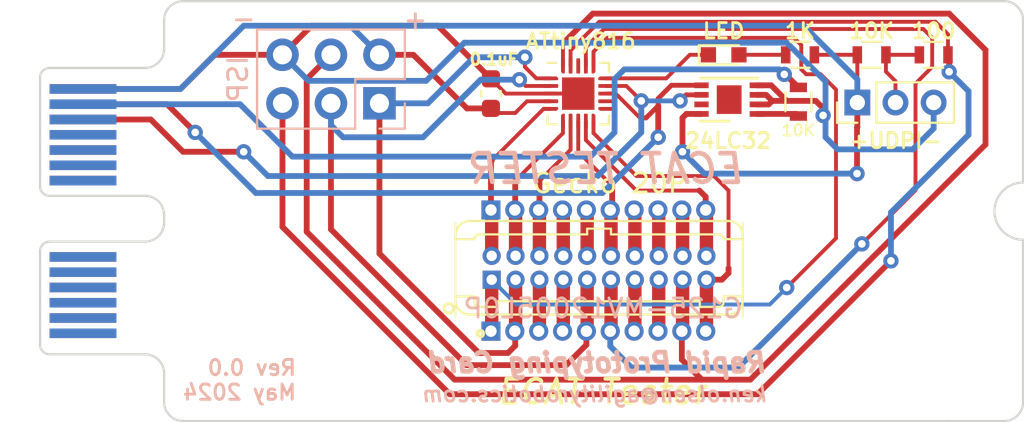
<source format=kicad_pcb>
(kicad_pcb (version 20211014) (generator pcbnew)
  (title_block (title "Beetje 32U4 Blok") (date "2018-08-10") (rev "0.0") (company "www.MakersBox.us") (comment 1 "648.ken@gmail.com"))
  (layers (0 "F.Cu" signal) (31 "B.Cu" signal) (34 "B.Paste" user) (35 "F.Paste" user) (36 "B.SilkS" user "B.Silkscreen") (37 "F.SilkS" user "F.Silkscreen") (38 "B.Mask" user) (39 "F.Mask" user) (44 "Edge.Cuts" user))
  (net 0 "")
  (net 1 "/10")
  (net 2 "/04")
  (net 3 "/05")
  (net 4 "/06")
  (net 5 "/07")
  (net 6 "/08")
  (net 7 "/09")
  (net 8 "/11")
  (net 9 "/12")
  (net 10 "/18")
  (net 11 "/19")
  (net 12 "/20")
  (net 13 "/03")
  (net 14 "GND")
  (net 15 "+5V")
  (net 16 "Net-(R1-Pad1)")
  (net 17 "/A")
  (net 19 "Net-(D3-Pad2)")
  (net 20 "Net-(J3-Pad2)")
  (net 21 "/UDPI")
  (net 22 "/INT")
  (net 23 "/01")
  (net 24 "/02")
  (net 25 "/13")
  (net 26 "/14")
  (net 27 "/15")
  (net 28 "/16")
  (net 29 "/17")
  (net 31 "/SCL")
  (net 32 "/SDA")
  (net 34 "/STO2_C")
  (net 35 "/STO2RET_C")
  (net 36 "/STO1_C")
  (net 37 "/STO_RET_C")
  (net 38 "/PWR1")
  (net 39 "/GND1")
  (net 40 "/GND2")
  (net 42 "Net-(U3-Pad15)")
  (net 43 "Net-(J1-Pad14)")
  (net 44 "Net-(J1-Pad15)")
  (net 45 "Net-(J1-Pad17)")
  (net 46 "Net-(J1-Pad18)")
  (net 47 "Net-(J1-Pad19)")
  (net 48 "Net-(J1-Pad3)")
  (net 49 "Net-(J1-Pad4)")
  (net 50 "Net-(J1-Pad7)")
  (net 51 "Net-(J1-Pad8)")
  (net 52 "/T2_P")
  (net 53 "/T2_N")
  (net 54 "/T1_N")
  (net 55 "/T1_P")
  (footprint "footprints:MEC8-113-CARD_2" (layer "F.Cu") (at 0 -0.1 90)
    (fp_text reference "X0")
    (fp_text value "Card Edge")
    (fp_line (start 8.4 0.5) (end 8.4 5.5) (layer "Edge.Cuts") (width 0.12))
    (fp_line (start 1 6.5) (end 1.5 6.5) (layer "Edge.Cuts") (width 0.12))
    (fp_line (start 8.5 51.5) (end 1 51.5) (layer "Edge.Cuts") (width 0.12))
    (fp_line (start 17.5 0.5) (end 17.5 5.5) (layer "Edge.Cuts") (width 0.12))
    (fp_line (start 19 51.5) (end 20 51.5) (layer "Edge.Cuts") (width 0.12))
    (fp_line (start 2.5 0.5) (end 2.5 5.5) (layer "Edge.Cuts") (width 0.12))
    (fp_line (start 19 6.5) (end 20 6.5) (layer "Edge.Cuts") (width 0.12))
    (fp_line (start 17 0) (end 11.3 0) (layer "Edge.Cuts") (width 0.12))
    (fp_line (start 3 0) (end 7.9 0) (layer "Edge.Cuts") (width 0.12))
    (fp_line (start 10.8 5.5) (end 10.8 0.5) (layer "Edge.Cuts") (width 0.12))
    (fp_line (start 21 50.5) (end 21 47.5) (layer "Edge.Cuts") (width 0.12))
    (fp_line (start 0 6.5) (end 1 6.5) (layer "Edge.Cuts") (width 0.12))
    (fp_line (start -1 47.5) (end -1 7.5) (layer "Edge.Cuts") (width 0.12))
    (fp_line (start -1 50.5) (end -1 47.5) (layer "Edge.Cuts") (width 0.12))
    (fp_line (start 0 51.5) (end 1 51.5) (layer "Edge.Cuts") (width 0.12))
    (fp_line (start 9.4 6.5) (end 9.8 6.5) (layer "Edge.Cuts") (width 0.12))
    (fp_line (start 11.5 51.5) (end 19 51.5) (layer "Edge.Cuts") (width 0.12))
    (fp_line (start 18.5 6.5) (end 19 6.5) (layer "Edge.Cuts") (width 0.12))
    (fp_line (start 21 7.5) (end 21 47.5) (layer "Edge.Cuts") (width 0.12))
    (fp_arc (start 18.5 6.5) (mid 17.792893 6.207107) (end 17.5 5.5) (layer "Edge.Cuts") (width 0.12))
    (fp_arc (start 2.5 0.5) (mid 2.646447 0.146447) (end 3 0) (layer "Edge.Cuts") (width 0.12))
    (fp_arc (start 7.9 0) (mid 8.253553 0.146447) (end 8.4 0.5) (layer "Edge.Cuts") (width 0.12))
    (fp_arc (start 17 0) (mid 17.353553 0.146447) (end 17.5 0.5) (layer "Edge.Cuts") (width 0.12))
    (fp_arc (start -1 7.5) (mid -0.707107 6.792893) (end 0 6.5) (layer "Edge.Cuts") (width 0.12))
    (fp_arc (start 8.5 51.5) (mid 10 50) (end 11.5 51.5) (layer "Edge.Cuts") (width 0.12))
    (fp_arc (start 10.8 0.5) (mid 10.946447 0.146447) (end 11.3 0) (layer "Edge.Cuts") (width 0.12))
    (fp_arc (start 21 50.5) (mid 20.707107 51.207107) (end 20 51.5) (layer "Edge.Cuts") (width 0.12))
    (fp_arc (start 10.8 5.5) (mid 10.507107 6.207107) (end 9.8 6.5) (layer "Edge.Cuts") (width 0.12))
    (fp_arc (start 20 6.5) (mid 20.707107 6.792893) (end 21 7.5) (layer "Edge.Cuts") (width 0.12))
    (fp_arc (start 9.4 6.5) (mid 8.692893 6.207107) (end 8.4 5.5) (layer "Edge.Cuts") (width 0.12))
    (fp_arc (start 2.5 5.5) (mid 2.207107 6.207107) (end 1.5 6.5) (layer "Edge.Cuts") (width 0.12))
    (fp_arc (start 0 51.5) (mid -0.707107 51.207107) (end -1 50.5) (layer "Edge.Cuts") (width 0.12))
    (pad "1" smd rect locked (at 3.6 2.25 90) (size 0.5 3.5) (layers "B.Cu" "B.Paste" "B.Mask") (net 23 "/01"))
    (pad "2" smd rect locked (at 4.4 2.25 90) (size 0.5 3.5) (layers "B.Cu" "B.Paste" "B.Mask") (net 24 "/02"))
    (pad "3" smd rect locked (at 5.2 2.25 90) (size 0.5 3.5) (layers "B.Cu" "B.Paste" "B.Mask") (net 13 "/03"))
    (pad "4" smd rect locked (at 6 2.25 90) (size 0.5 3.5) (layers "B.Cu" "B.Paste" "B.Mask") (net 2 "/04"))
    (pad "5" smd rect locked (at 6.8 2.25 90) (size 0.5 3.5) (layers "B.Cu" "B.Paste" "B.Mask") (net 3 "/05"))
    (pad "6" smd rect locked (at 7.6 2.25 90) (size 0.5 3.5) (layers "B.Cu" "B.Paste" "B.Mask") (net 4 "/06"))
    (pad "7" smd rect locked (at 11.6 2.25 90) (size 0.5 3.5) (layers "B.Cu" "B.Paste" "B.Mask") (net 5 "/07"))
    (pad "8" smd rect locked (at 12.4 2.25 90) (size 0.5 3.5) (layers "B.Cu" "B.Paste" "B.Mask") (net 6 "/08"))
    (pad "9" smd rect locked (at 13.2 2.25 90) (size 0.5 3.5) (layers "B.Cu" "B.Paste" "B.Mask") (net 7 "/09"))
    (pad "10" smd rect locked (at 14 2.25 90) (size 0.5 3.5) (layers "B.Cu" "B.Paste" "B.Mask") (net 1 "/10"))
    (pad "11" smd rect locked (at 14.8 2.25 90) (size 0.5 3.5) (layers "B.Cu" "B.Paste" "B.Mask") (net 22 "/INT"))
    (pad "12" smd rect locked (at 15.6 2.25 90) (size 0.5 3.5) (layers "B.Cu" "B.Paste" "B.Mask") (net 17 "/A"))
    (pad "13" smd rect locked (at 16.4 2.25 90) (size 0.5 3.5) (layers "B.Cu" "B.Paste" "B.Mask") (net 15 "+5V"))
    (pad "14" smd rect locked (at 3.6 2.25 90) (size 0.5 3.5) (layers "F.Cu" "F.Paste" "F.Mask") (net 8 "/11"))
    (pad "15" smd rect locked (at 4.4 2.25 90) (size 0.5 3.5) (layers "F.Cu" "F.Paste" "F.Mask") (net 9 "/12"))
    (pad "16" smd rect locked (at 5.2 2.25 90) (size 0.5 3.5) (layers "F.Cu" "F.Paste" "F.Mask") (net 25 "/13"))
    (pad "17" smd rect locked (at 6 2.25 90) (size 0.5 3.5) (layers "F.Cu" "F.Paste" "F.Mask") (net 26 "/14"))
    (pad "18" smd rect locked (at 6.8 2.25 90) (size 0.5 3.5) (layers "F.Cu" "F.Paste" "F.Mask") (net 27 "/15"))
    (pad "19" smd rect locked (at 7.6 2.25 90) (size 0.5 3.5) (layers "F.Cu" "F.Paste" "F.Mask") (net 28 "/16"))
    (pad "20" smd rect locked (at 11.6 2.25 90) (size 0.5 3.5) (layers "F.Cu" "F.Paste" "F.Mask") (net 29 "/17"))
    (pad "21" smd rect locked (at 12.4 2.25 90) (size 0.5 3.5) (layers "F.Cu" "F.Paste" "F.Mask") (net 10 "/18"))
    (pad "22" smd rect locked (at 13.2 2.25 90) (size 0.5 3.5) (layers "F.Cu" "F.Paste" "F.Mask") (net 11 "/19"))
    (pad "23" smd rect locked (at 14 2.25 90) (size 0.5 3.5) (layers "F.Cu" "F.Paste" "F.Mask") (net 12 "/20"))
    (pad "24" smd rect locked (at 14.8 2.25 90) (size 0.5 3.5) (layers "F.Cu" "F.Paste" "F.Mask") (net 31 "/SCL"))
    (pad "25" smd rect locked (at 15.6 2.25 90) (size 0.5 3.5) (layers "F.Cu" "F.Paste" "F.Mask") (net 32 "/SDA"))
    (pad "26" smd rect locked (at 16.4 2.25 90) (size 0.5 3.5) (layers "F.Cu" "F.Paste" "F.Mask") (net 14 "GND"))
  )
  (footprint "Capacitor_SMD:C_0603_1608Metric" (layer "F.Cu") (at 23.622 -16.256 90)
    (fp_text reference "C1" hide)
    (fp_text value "0.1uF" (at 1.791 0.146) (layer "F.SilkS") (effects (font (size 0.6 0.6))))
    (pad "1" smd roundrect locked (at -0.775 0 90) (size 0.9 0.95) (layers "F.Cu" "F.Paste" "F.Mask") (net 15 "+5V"))
    (pad "2" smd roundrect locked (at 0.775 0 90) (size 0.9 0.95) (layers "F.Cu" "F.Paste" "F.Mask") (net 14 "GND"))
  )
  (footprint "footprints:LED_0603" (layer "F.Cu") (at 35.814 -18.288)
    (fp_text reference "D3" hide)
    (fp_text value "LED" (at 0 -1.25 unlocked) (layer "F.SilkS") (effects (font (size 0.8 0.8))))
    (pad "1" smd rect locked (at -0.8 0 180) (size 0.8 0.8) (layers "F.Cu" "F.Paste" "F.Mask") (net 42 "Net-(U3-Pad15)"))
    (pad "2" smd rect locked (at 0.8 0 180) (size 0.8 0.8) (layers "F.Cu" "F.Paste" "F.Mask") (net 19 "Net-(D3-Pad2)"))
  )
  (footprint "Connector_PinHeader_2.00mm:PinHeader_1x03_P2.00mm_Vertical" (layer "F.Cu") (at 42.814 -15.788 90)
    (fp_text reference "J3" hide)
    (fp_text value "+UDPI-" (at -2 2 180) (layer "F.SilkS") (effects (font (size 0.8 0.8))))
    (pad "1" thru_hole rect locked (at 0 0 90) (size 1.35 1.35) (drill 0.8) (layers *.Cu *.Mask) (net 15 "+5V"))
    (pad "2" thru_hole oval locked (at 0 2 90) (size 1.35 1.35) (drill 0.8) (layers *.Cu *.Mask) (net 20 "Net-(J3-Pad2)"))
    (pad "3" thru_hole oval locked (at 0 4 90) (size 1.35 1.35) (drill 0.8) (layers *.Cu *.Mask) (net 14 "GND"))
  )
  (footprint "footprints:R_0603" (layer "F.Cu") (at 43.564 -18.288 180)
    (fp_text reference "R5")
    (fp_text value "10K" (at 0 1.25 180) (layer "F.SilkS") (effects (font (size 0.8 0.8))))
    (pad "1" smd rect locked (at -0.75 0 180) (size 0.5 0.9) (layers "F.Cu" "F.Paste" "F.Mask") (net 20 "Net-(J3-Pad2)"))
    (pad "2" smd rect locked (at 0.75 0 180) (size 0.5 0.9) (layers "F.Cu" "F.Paste" "F.Mask") (net 15 "+5V"))
  )
  (footprint "Package_DFN_QFN:VQFN-20-1EP_3x3mm_P0.4mm_EP1.7x1.7mm" (layer "F.Cu") (at 28.194 -16.256)
    (fp_text reference "U3" hide)
    (fp_text value "ATtiny816" (at 0.127 -2.75) (layer "F.SilkS") (effects (font (size 0.8 0.8))))
    (pad "1" smd custom locked (at -1.45 -0.8) (size 0.143431 0.143431) (layers "F.Cu" "F.Paste" "F.Mask") (net 53 "/T2_N") (options (clearance outline) (anchor circle)) (primitives (gr_poly (pts (xy -0.35 -0.05) (xy 0.299289 -0.05) (xy 0.35 0.000711) (xy 0.35 0.05) (xy -0.35 0.05)) (width 0.1) (fill yes))))
    (pad "2" smd roundrect locked (at -1.45 -0.4) (size 0.8 0.2) (layers "F.Cu" "F.Paste" "F.Mask") (net 54 "/T1_N"))
    (pad "3" smd roundrect locked (at -1.45 0) (size 0.8 0.2) (layers "F.Cu" "F.Paste" "F.Mask") (net 14 "GND"))
    (pad "4" smd roundrect locked (at -1.45 0.4) (size 0.8 0.2) (layers "F.Cu" "F.Paste" "F.Mask") (net 15 "+5V"))
    (pad "5" smd custom locked (at -1.45 0.8) (size 0.143431 0.143431) (layers "F.Cu" "F.Paste" "F.Mask") (net 36 "/STO1_C") (options (clearance outline) (anchor circle)) (primitives (gr_poly (pts (xy -0.35 -0.05) (xy 0.35 -0.05) (xy 0.35 -0.000711) (xy 0.299289 0.05) (xy -0.35 0.05)) (width 0.1) (fill yes))))
    (pad "6" smd custom locked (at -0.8 1.45) (size 0.143431 0.143431) (layers "F.Cu" "F.Paste" "F.Mask") (net 37 "/STO_RET_C") (options (clearance outline) (anchor circle)) (primitives (gr_poly (pts (xy -0.05 -0.299289) (xy 0.000711 -0.35) (xy 0.05 -0.35) (xy 0.05 0.35) (xy -0.05 0.35)) (width 0.1) (fill yes))))
    (pad "7" smd roundrect locked (at -0.4 1.45) (size 0.2 0.8) (layers "F.Cu" "F.Paste" "F.Mask") (net 38 "/PWR1"))
    (pad "8" smd roundrect locked (at 0 1.45) (size 0.2 0.8) (layers "F.Cu" "F.Paste" "F.Mask") (net 39 "/GND1"))
    (pad "9" smd roundrect locked (at 0.4 1.45) (size 0.2 0.8) (layers "F.Cu" "F.Paste" "F.Mask") (net 40 "/GND2"))
    (pad "10" smd custom locked (at 0.8 1.45) (size 0.143431 0.143431) (layers "F.Cu" "F.Paste" "F.Mask") (net 35 "/STO2RET_C") (options (clearance outline) (anchor circle)) (primitives (gr_poly (pts (xy -0.05 -0.35) (xy -0.000711 -0.35) (xy 0.05 -0.299289) (xy 0.05 0.35) (xy -0.05 0.35)) (width 0.1) (fill yes))))
    (pad "11" smd custom locked (at 1.45 0.8) (size 0.143431 0.143431) (layers "F.Cu" "F.Paste" "F.Mask") (options (clearance outline) (anchor circle)) (primitives (gr_poly (pts (xy -0.35 -0.05) (xy 0.35 -0.05) (xy 0.35 0.05) (xy -0.299289 0.05) (xy -0.35 -0.000711)) (width 0.1) (fill yes))))
    (pad "12" smd roundrect locked (at 1.45 0.4) (size 0.8 0.2) (layers "F.Cu" "F.Paste" "F.Mask"))
    (pad "13" smd roundrect locked (at 1.45 0) (size 0.8 0.2) (layers "F.Cu" "F.Paste" "F.Mask") (net 32 "/SDA"))
    (pad "14" smd roundrect locked (at 1.45 -0.4) (size 0.8 0.2) (layers "F.Cu" "F.Paste" "F.Mask") (net 31 "/SCL"))
    (pad "15" smd custom locked (at 1.45 -0.8) (size 0.143431 0.143431) (layers "F.Cu" "F.Paste" "F.Mask") (net 42 "Net-(U3-Pad15)") (options (clearance outline) (anchor circle)) (primitives (gr_poly (pts (xy -0.35 0.000711) (xy -0.299289 -0.05) (xy 0.35 -0.05) (xy 0.35 0.05) (xy -0.35 0.05)) (width 0.1) (fill yes))))
    (pad "16" smd custom locked (at 0.8 -1.45) (size 0.143431 0.143431) (layers "F.Cu" "F.Paste" "F.Mask") (net 52 "/T2_P") (options (clearance outline) (anchor circle)) (primitives (gr_poly (pts (xy -0.05 -0.35) (xy 0.05 -0.35) (xy 0.05 0.299289) (xy -0.000711 0.35) (xy -0.05 0.35)) (width 0.1) (fill yes))))
    (pad "17" smd roundrect locked (at 0.4 -1.45) (size 0.2 0.8) (layers "F.Cu" "F.Paste" "F.Mask") (net 55 "/T1_P"))
    (pad "18" smd roundrect locked (at 0 -1.45) (size 0.2 0.8) (layers "F.Cu" "F.Paste" "F.Mask"))
    (pad "19" smd roundrect locked (at -0.4 -1.45) (size 0.2 0.8) (layers "F.Cu" "F.Paste" "F.Mask") (net 21 "/UDPI"))
    (pad "20" smd custom locked (at -0.8 -1.45) (size 0.143431 0.143431) (layers "F.Cu" "F.Paste" "F.Mask") (net 34 "/STO2_C") (options (clearance outline) (anchor circle)) (primitives (gr_poly (pts (xy -0.05 -0.35) (xy 0.05 -0.35) (xy 0.05 0.35) (xy 0.000711 0.35) (xy -0.05 0.299289)) (width 0.1) (fill yes))))
    (pad "21" smd rect locked (at 0 0) (size 1.7 1.7) (layers "F.Cu" "F.Mask") (net 14 "GND"))
  )
  (footprint "footprints:R_0603" (layer "F.Cu") (at 46.814 -18.288 180)
    (fp_text reference "R4")
    (fp_text value "100" (at 0 1.25 180) (layer "F.SilkS") (effects (font (size 0.8 0.8))))
    (pad "1" smd rect locked (at -0.75 0 180) (size 0.5 0.9) (layers "F.Cu" "F.Paste" "F.Mask") (net 21 "/UDPI"))
    (pad "2" smd rect locked (at 0.75 0 180) (size 0.5 0.9) (layers "F.Cu" "F.Paste" "F.Mask") (net 20 "Net-(J3-Pad2)"))
  )
  (footprint "footprints:R_0603" (layer "F.Cu") (at 39.728 -15.832 90)
    (fp_text reference "R1")
    (fp_text value "10K" (at -1.5 0) (layer "F.SilkS") (effects (font (size 0.6 0.6) (thickness 0.1))))
    (pad "1" smd rect locked (at -0.75 0 90) (size 0.5 0.9) (layers "F.Cu" "F.Paste" "F.Mask") (net 16 "Net-(R1-Pad1)"))
    (pad "2" smd rect locked (at 0.75 0 90) (size 0.5 0.9) (layers "F.Cu" "F.Paste" "F.Mask") (net 17 "/A"))
  )
  (footprint "footprints:R_0603" (layer "F.Cu") (at 39.814 -18.288)
    (fp_text reference "R7")
    (fp_text value "1K" (at 0 -1.25) (layer "F.SilkS") (effects (font (size 0.8 0.8))))
    (pad "1" smd rect locked (at -0.75 0) (size 0.5 0.9) (layers "F.Cu" "F.Paste" "F.Mask") (net 19 "Net-(D3-Pad2)"))
    (pad "2" smd rect locked (at 0.75 0) (size 0.5 0.9) (layers "F.Cu" "F.Paste" "F.Mask") (net 15 "+5V"))
  )
  (footprint "footprints:DFN-8-1EP_3x2mm" (layer "F.Cu") (at 36.101 -15.941 180)
    (fp_text reference "U1" hide)
    (fp_text value "24LC32" (at 0.056 -2.153) (layer "F.SilkS") (effects (font (size 0.8 0.8))))
    (pad "1" smd rect locked (at -1.45 -0.75 180) (size 0.75 0.3) (layers "F.Cu" "F.Paste" "F.Mask") (net 16 "Net-(R1-Pad1)"))
    (pad "2" smd rect locked (at -1.45 -0.25 180) (size 0.75 0.3) (layers "F.Cu" "F.Paste" "F.Mask") (net 14 "GND"))
    (pad "3" smd rect locked (at -1.45 0.25 180) (size 0.75 0.3) (layers "F.Cu" "F.Paste" "F.Mask") (net 14 "GND"))
    (pad "4" smd rect locked (at -1.45 0.75 180) (size 0.75 0.3) (layers "F.Cu" "F.Paste" "F.Mask") (net 14 "GND"))
    (pad "5" smd rect locked (at 1.45 0.75 180) (size 0.75 0.3) (layers "F.Cu" "F.Paste" "F.Mask") (net 32 "/SDA"))
    (pad "6" smd rect locked (at 1.45 0.25 180) (size 0.75 0.3) (layers "F.Cu" "F.Paste" "F.Mask") (net 31 "/SCL"))
    (pad "7" smd rect locked (at 1.45 -0.25 180) (size 0.75 0.3) (layers "F.Cu" "F.Paste" "F.Mask"))
    (pad "8" smd rect locked (at 1.45 -0.75 180) (size 0.75 0.3) (layers "F.Cu" "F.Paste" "F.Mask") (net 15 "+5V") (clearance -0.1016))
    (pad "9" smd rect locked (at 0 0 180) (size 1.3 1.5) (layers "F.Cu" "F.Mask"))
  )
  (footprint "footprints:G125-MS11005L0P" (layer "F.Cu") (at 29.2862 -7.0358)
    (fp_text reference "J6" hide)
    (fp_text value "Gecko 20P" hide)
    (pad "1" smd rect locked (at -5.625 1.85) (size 0.7 2.5) (layers "F.Cu" "F.Paste" "F.Mask") (net 52 "/T2_P"))
    (pad "2" smd rect locked (at -4.375 1.85) (size 0.7 2.5) (layers "F.Cu" "F.Paste" "F.Mask") (net 53 "/T2_N"))
    (pad "3" smd rect locked (at -3.125 1.85) (size 0.7 2.5) (layers "F.Cu" "F.Paste" "F.Mask") (net 48 "Net-(J1-Pad3)"))
    (pad "4" smd rect locked (at -1.875 1.85) (size 0.7 2.5) (layers "F.Cu" "F.Paste" "F.Mask") (net 49 "Net-(J1-Pad4)"))
    (pad "5" smd rect locked (at -0.625 1.85) (size 0.7 2.5) (layers "F.Cu" "F.Paste" "F.Mask") (net 54 "/T1_N"))
    (pad "6" smd rect locked (at 0.625 1.85) (size 0.7 2.5) (layers "F.Cu" "F.Paste" "F.Mask") (net 55 "/T1_P"))
    (pad "7" smd rect locked (at 1.875 1.85) (size 0.7 2.5) (layers "F.Cu" "F.Paste" "F.Mask") (net 50 "Net-(J1-Pad7)"))
    (pad "8" smd rect locked (at 3.125 1.85) (size 0.7 2.5) (layers "F.Cu" "F.Paste" "F.Mask") (net 51 "Net-(J1-Pad8)"))
    (pad "9" smd rect locked (at 4.375 1.85) (size 0.7 2.5) (layers "F.Cu" "F.Paste" "F.Mask") (net 34 "/STO2_C"))
    (pad "10" smd rect locked (at 5.625 1.85) (size 0.7 2.5) (layers "F.Cu" "F.Paste" "F.Mask") (net 35 "/STO2RET_C"))
    (pad "11" smd rect locked (at -5.625 -1.85) (size 0.7 2.5) (layers "F.Cu" "F.Paste" "F.Mask") (net 36 "/STO1_C"))
    (pad "12" smd rect locked (at -4.375 -1.85) (size 0.7 2.5) (layers "F.Cu" "F.Paste" "F.Mask") (net 37 "/STO_RET_C"))
    (pad "13" smd rect locked (at -3.125 -1.85) (size 0.7 2.5) (layers "F.Cu" "F.Paste" "F.Mask") (net 38 "/PWR1"))
    (pad "14" smd rect locked (at -1.875 -1.85) (size 0.7 2.5) (layers "F.Cu" "F.Paste" "F.Mask") (net 43 "Net-(J1-Pad14)"))
    (pad "15" smd rect locked (at -0.625 -1.85) (size 0.7 2.5) (layers "F.Cu" "F.Paste" "F.Mask") (net 44 "Net-(J1-Pad15)"))
    (pad "16" smd rect locked (at 0.625 -1.85) (size 0.7 2.5) (layers "F.Cu" "F.Paste" "F.Mask") (net 39 "/GND1"))
    (pad "17" smd rect locked (at 1.875 -1.85) (size 0.7 2.5) (layers "F.Cu" "F.Paste" "F.Mask") (net 45 "Net-(J1-Pad17)"))
    (pad "18" smd rect locked (at 3.125 -1.85) (size 0.7 2.5) (layers "F.Cu" "F.Paste" "F.Mask") (net 46 "Net-(J1-Pad18)"))
    (pad "19" smd rect locked (at 4.375 -1.85) (size 0.7 2.5) (layers "F.Cu" "F.Paste" "F.Mask") (net 47 "Net-(J1-Pad19)"))
    (pad "20" smd rect locked (at 5.625 -1.85) (size 0.7 2.5) (layers "F.Cu" "F.Paste" "F.Mask") (net 40 "/GND2"))
  )
  (footprint "footprints:Harwin_Gecko-G125-MVX2005L0X_2x10_P1.25mm_Vertical" (layer "F.Cu") (at 23.66 -6.506)
    (fp_text reference "J1" hide)
    (fp_text value "Gecko 20P" (at 6.185 -5.051) (layer "F.SilkS"))
    (fp_text user "G125-MV12005L0P" (at 5.83 1.5) (layer "B.SilkS") (effects (justify mirror)))
    (pad "1" thru_hole rect locked (at 0 0) (size 0.95 0.95) (drill 0.55) (layers *.Cu *.Mask) (net 52 "/T2_P"))
    (pad "2" thru_hole circle locked (at 1.25 0) (size 0.95 0.95) (drill 0.55) (layers *.Cu *.Mask) (net 53 "/T2_N"))
    (pad "3" thru_hole circle locked (at 2.5 0) (size 0.95 0.95) (drill 0.55) (layers *.Cu *.Mask) (net 48 "Net-(J1-Pad3)"))
    (pad "4" thru_hole circle locked (at 3.75 0) (size 0.95 0.95) (drill 0.55) (layers *.Cu *.Mask) (net 49 "Net-(J1-Pad4)"))
    (pad "5" thru_hole circle locked (at 5 0) (size 0.95 0.95) (drill 0.55) (layers *.Cu *.Mask) (net 54 "/T1_N"))
    (pad "6" thru_hole circle locked (at 6.25 0) (size 0.95 0.95) (drill 0.55) (layers *.Cu *.Mask) (net 55 "/T1_P"))
    (pad "7" thru_hole circle locked (at 7.5 0) (size 0.95 0.95) (drill 0.55) (layers *.Cu *.Mask) (net 50 "Net-(J1-Pad7)"))
    (pad "8" thru_hole circle locked (at 8.75 0) (size 0.95 0.95) (drill 0.55) (layers *.Cu *.Mask) (net 51 "Net-(J1-Pad8)"))
    (pad "9" thru_hole circle locked (at 10 0) (size 0.95 0.95) (drill 0.55) (layers *.Cu *.Mask) (net 34 "/STO2_C"))
    (pad "10" thru_hole circle locked (at 11.25 0) (size 0.95 0.95) (drill 0.55) (layers *.Cu *.Mask) (net 35 "/STO2RET_C"))
    (pad "11" thru_hole circle locked (at 0 -1.25) (size 0.95 0.95) (drill 0.55) (layers *.Cu *.Mask) (net 36 "/STO1_C"))
    (pad "12" thru_hole circle locked (at 1.25 -1.25) (size 0.95 0.95) (drill 0.55) (layers *.Cu *.Mask) (net 37 "/STO_RET_C"))
    (pad "13" thru_hole circle locked (at 2.5 -1.25) (size 0.95 0.95) (drill 0.55) (layers *.Cu *.Mask) (net 38 "/PWR1"))
    (pad "14" thru_hole circle locked (at 3.75 -1.25) (size 0.95 0.95) (drill 0.55) (layers *.Cu *.Mask) (net 43 "Net-(J1-Pad14)"))
    (pad "15" thru_hole circle locked (at 5 -1.25) (size 0.95 0.95) (drill 0.55) (layers *.Cu *.Mask) (net 44 "Net-(J1-Pad15)"))
    (pad "16" thru_hole circle locked (at 6.25 -1.25) (size 0.95 0.95) (drill 0.55) (layers *.Cu *.Mask) (net 39 "/GND1"))
    (pad "17" thru_hole circle locked (at 7.5 -1.25) (size 0.95 0.95) (drill 0.55) (layers *.Cu *.Mask) (net 45 "Net-(J1-Pad17)"))
    (pad "18" thru_hole circle locked (at 8.75 -1.25) (size 0.95 0.95) (drill 0.55) (layers *.Cu *.Mask) (net 46 "Net-(J1-Pad18)"))
    (pad "19" thru_hole circle locked (at 10 -1.25) (size 0.95 0.95) (drill 0.55) (layers *.Cu *.Mask) (net 47 "Net-(J1-Pad19)"))
    (pad "20" thru_hole circle locked (at 11.25 -1.25) (size 0.95 0.95) (drill 0.55) (layers *.Cu *.Mask) (net 40 "/GND2"))
  )
  (footprint "footprints:TP1x10_1.25mm" (layer "F.Cu") (at 23.622 -3.81 90)
    (fp_text reference "J5" hide)
    (fp_text value "TPs")
    (pad "1" thru_hole rect (at 0 0 90) (size 1 1) (drill 0.6) (layers *.Cu *.Mask) (net 52 "/T2_P"))
    (pad "2" thru_hole oval (at 0 1.25 90) (size 1 1) (drill 0.6) (layers *.Cu *.Mask) (net 53 "/T2_N"))
    (pad "3" thru_hole oval (at 0 2.5 90) (size 1 1) (drill 0.6) (layers *.Cu *.Mask) (net 48 "Net-(J1-Pad3)"))
    (pad "4" thru_hole oval (at 0 3.75 90) (size 1 1) (drill 0.6) (layers *.Cu *.Mask) (net 49 "Net-(J1-Pad4)"))
    (pad "5" thru_hole oval (at 0 5 90) (size 1 1) (drill 0.6) (layers *.Cu *.Mask) (net 54 "/T1_N"))
    (pad "6" thru_hole oval (at 0 6.25 90) (size 1 1) (drill 0.6) (layers *.Cu *.Mask) (net 55 "/T1_P"))
    (pad "7" thru_hole oval (at 0 7.5 90) (size 1 1) (drill 0.6) (layers *.Cu *.Mask) (net 50 "Net-(J1-Pad7)"))
    (pad "8" thru_hole oval (at 0 8.75 90) (size 1 1) (drill 0.6) (layers *.Cu *.Mask) (net 51 "Net-(J1-Pad8)"))
    (pad "9" thru_hole oval (at 0 10 90) (size 1 1) (drill 0.6) (layers *.Cu *.Mask) (net 34 "/STO2_C"))
    (pad "10" thru_hole oval (at 0 11.25 90) (size 1 1) (drill 0.6) (layers *.Cu *.Mask) (net 35 "/STO2RET_C"))
  )
  (footprint "footprints:TP1x10_1.25mm" (layer "F.Cu") (at 23.622 -10.16 90)
    (fp_text reference "J4" hide)
    (fp_text value "TPs")
    (pad "1" thru_hole rect (at 0 0 90) (size 1 1) (drill 0.6) (layers *.Cu *.Mask) (net 36 "/STO1_C"))
    (pad "2" thru_hole oval (at 0 1.25 90) (size 1 1) (drill 0.6) (layers *.Cu *.Mask) (net 37 "/STO_RET_C"))
    (pad "3" thru_hole oval (at 0 2.5 90) (size 1 1) (drill 0.6) (layers *.Cu *.Mask) (net 38 "/PWR1"))
    (pad "4" thru_hole oval (at 0 3.75 90) (size 1 1) (drill 0.6) (layers *.Cu *.Mask) (net 43 "Net-(J1-Pad14)"))
    (pad "5" thru_hole oval (at 0 5 90) (size 1 1) (drill 0.6) (layers *.Cu *.Mask) (net 44 "Net-(J1-Pad15)"))
    (pad "6" thru_hole oval (at 0 6.25 90) (size 1 1) (drill 0.6) (layers *.Cu *.Mask) (net 39 "/GND1"))
    (pad "7" thru_hole oval (at 0 7.5 90) (size 1 1) (drill 0.6) (layers *.Cu *.Mask) (net 45 "Net-(J1-Pad17)"))
    (pad "8" thru_hole oval (at 0 8.75 90) (size 1 1) (drill 0.6) (layers *.Cu *.Mask) (net 46 "Net-(J1-Pad18)"))
    (pad "9" thru_hole oval (at 0 10 90) (size 1 1) (drill 0.6) (layers *.Cu *.Mask) (net 47 "Net-(J1-Pad19)"))
    (pad "10" thru_hole oval (at 0 11.25 90) (size 1 1) (drill 0.6) (layers *.Cu *.Mask) (net 40 "/GND2"))
  )
  (footprint "Connector_PinHeader_2.54mm:PinHeader_2x03_P2.54mm_Vertical" (layer "B.Cu") (at 17.78 -15.748 90)
    (fp_text reference "J2" hide)
    (fp_text value "ISP" (at 1.27 -7.41 90) (layer "B.SilkS") (effects (justify mirror)))
    (pad "1" thru_hole rect (at 0 0 90) (size 1.7 1.7) (drill 1) (layers *.Cu *.Mask) (net 53 "/T2_N"))
    (pad "2" thru_hole oval (at 2.54 0 90) (size 1.7 1.7) (drill 1) (layers *.Cu *.Mask) (net 15 "+5V"))
    (pad "3" thru_hole oval (at 0 -2.54 90) (size 1.7 1.7) (drill 1) (layers *.Cu *.Mask) (net 54 "/T1_N"))
    (pad "4" thru_hole oval (at 2.54 -2.54 90) (size 1.7 1.7) (drill 1) (layers *.Cu *.Mask) (net 34 "/STO2_C"))
    (pad "5" thru_hole oval (at 0 -5.08 90) (size 1.7 1.7) (drill 1) (layers *.Cu *.Mask) (net 21 "/UDPI"))
    (pad "6" thru_hole oval (at 2.54 -5.08 90) (size 1.7 1.7) (drill 1) (layers *.Cu *.Mask) (net 14 "GND"))
  )
  (gr_text "ken.olsen@agilityrobotics.com" (at 29.083 -0.508) (layer "B.SilkS") (effects (font (size 0.8 0.8) (thickness 0.15) italic) (justify mirror)))
  (gr_text "ECAT TESTER" (at 29.718 -12.319) (layer "B.SilkS") (effects (font (size 1.5 1.5) (thickness 0.25) italic) (justify mirror)))
  (gr_text "Rev 0.0\nMay 2024" (at 13.5 -1.25) (layer "B.SilkS") (effects (font (size 0.8 0.8)) (justify left mirror)))
  (gr_text "-" (at 10.668 -20.193) (layer "B.SilkS") (effects (font (size 1 1)) (justify mirror)))
  (gr_text "Rapid Prototyping Card" (at 29.21 -2.159) (layer "B.SilkS") (effects (font (size 1 1) (thickness 0.25) italic) (justify mirror)))
  (gr_text "+" (at 19.6596 -20.1422) (layer "B.SilkS") (effects (font (size 1 1)) (justify mirror)))
  (gr_text "ECAT Tester" (at 29.464 -0.635) (layer "F.SilkS") (effects (font (size 1.25 1.25) (thickness 0.2) italic)))
  (segment (start 20.841 -19.812) (end 23.622 -17.031) (width 0.3048) (layer "F.Cu") (net 14))
  (segment (start 26.744 -16.256) (end 28.194 -16.256) (width 0.2032) (layer "F.Cu") (net 14))
  (segment (start 37.551 -16.691) (end 38.3 -16.691) (width 0.3048) (layer "F.Cu") (net 14))
  (segment (start 38.17 -15.691) (end 38.354 -15.875) (width 0.3048) (layer "F.Cu") (net 14))
  (segment (start 38.3 -16.691) (end 39.116 -15.875) (width 0.3048) (layer "F.Cu") (net 14))
  (segment (start 9.144 -18.288) (end 7.356 -16.5) (width 0.3048) (layer "F.Cu") (net 14))
  (segment (start 41.021 -15.494) (end 41.021 -15.113) (width 0.3048) (layer "F.Cu") (net 14))
  (segment (start 37.551 -15.691) (end 38.17 -15.691) (width 0.3048) (layer "F.Cu") (net 14))
  (segment (start 7.356 -16.5) (end 2.25 -16.5) (width 0.3048) (layer "F.Cu") (net 14))
  (segment (start 40.64 -15.875) (end 41.021 -15.494) (width 0.3048) (layer "F.Cu") (net 14))
  (segment (start 14.224 -19.812) (end 20.841 -19.812) (width 0.3048) (layer "F.Cu") (net 14))
  (segment (start 24.397 -16.256) (end 23.622 -17.031) (width 0.2032) (layer "F.Cu") (net 14))
  (segment (start 40.64 -15.875) (end 39.116 -15.875) (width 0.3048) (layer "F.Cu") (net 14))
  (segment (start 38.354 -15.875) (end 38.038 -16.191) (width 0.3048) (layer "F.Cu") (net 14))
  (segment (start 26.744 -16.256) (end 24.397 -16.256) (width 0.2032) (layer "F.Cu") (net 14))
  (segment (start 38.038 -16.191) (end 37.551 -16.191) (width 0.3048) (layer "F.Cu") (net 14))
  (segment (start 39.116 -15.875) (end 38.354 -15.875) (width 0.3048) (layer "F.Cu") (net 14))
  (segment (start 12.7 -18.288) (end 9.144 -18.288) (width 0.3048) (layer "F.Cu") (net 14))
  (segment (start 12.7 -18.288) (end 14.224 -19.812) (width 0.3048) (layer "F.Cu") (net 14))
  (via (at 41.021 -15.113) (size 0.8) (drill 0.4) (layers "F.Cu" "B.Cu") (net 14))
  (segment (start 46.814 -14.429) (end 46.814 -15.788) (width 0.3048) (layer "B.Cu") (net 14))
  (segment (start 39.116 -18.923) (end 41.148 -16.891) (width 0.3048) (layer "B.Cu") (net 14))
  (segment (start 20.2274 -16.9254) (end 22.225 -18.923) (width 0.3048) (layer "B.Cu") (net 14))
  (segment (start 22.225 -18.923) (end 39.116 -18.923) (width 0.3048) (layer "B.Cu") (net 14))
  (segment (start 41.783 -13.335) (end 45.72 -13.335) (width 0.3048) (layer "B.Cu") (net 14))
  (segment (start 45.72 -13.335) (end 46.814 -14.429) (width 0.3048) (layer "B.Cu") (net 14))
  (segment (start 41.148 -13.97) (end 41.783 -13.335) (width 0.3048) (layer "B.Cu") (net 14))
  (segment (start 14.0626 -16.9254) (end 20.2274 -16.9254) (width 0.3048) (layer "B.Cu") (net 14))
  (segment (start 12.7 -18.288) (end 14.0626 -16.9254) (width 0.3048) (layer "B.Cu") (net 14))
  (segment (start 41.148 -16.891) (end 41.148 -13.97) (width 0.3048) (layer "B.Cu") (net 14))
  (segment (start 40.564 -18.288) (end 42.814 -18.288) (width 0.2032) (layer "F.Cu") (net 15))
  (segment (start 24.892 -15.24) (end 23.863 -15.24) (width 0.2032) (layer "F.Cu") (net 15))
  (segment (start 42.799 -14.478) (end 42.799 -12.065) (width 0.3048) (layer "F.Cu") (net 15))
  (segment (start 26.744 -15.856) (end 25.508 -15.856) (width 0.2032) (layer "F.Cu") (net 15))
  (segment (start 42.814 -18.288) (end 42.814 -15.788) (width 0.2032) (layer "F.Cu") (net 15))
  (segment (start 33.655 -14.986) (end 33.86 -15.191) (width 0.3048) (layer "F.Cu") (net 15))
  (segment (start 42.814 -14.493) (end 42.799 -14.478) (width 0.3048) (layer "F.Cu") (net 15))
  (segment (start 22.365 -15.481) (end 23.622 -15.481) (width 0.3048) (layer "F.Cu") (net 15))
  (segment (start 19.558 -18.288) (end 22.365 -15.481) (width 0.3048) (layer "F.Cu") (net 15))
  (segment (start 17.78 -18.288) (end 19.558 -18.288) (width 0.3048) (layer "F.Cu") (net 15))
  (segment (start 33.655 -13.208) (end 33.655 -14.986) (width 0.3048) (layer "F.Cu") (net 15))
  (segment (start 34.651 -15.191) (end 33.86 -15.191) (width 0.3048) (layer "F.Cu") (net 15))
  (segment (start 25.508 -15.856) (end 24.892 -15.24) (width 0.2032) (layer "F.Cu") (net 15))
  (segment (start 23.863 -15.24) (end 23.622 -15.481) (width 0.2032) (layer "F.Cu") (net 15))
  (segment (start 42.814 -14.493) (end 42.814 -15.788) (width 0.3048) (layer "F.Cu") (net 15))
  (via (at 42.799 -12.065) (size 0.8) (drill 0.4) (layers "F.Cu" "B.Cu") (net 15))
  (via (at 33.655 -13.208) (size 0.8) (drill 0.4) (layers "F.Cu" "B.Cu") (net 15))
  (segment (start 17.78 -18.288) (end 16.256 -19.812) (width 0.3048) (layer "B.Cu") (net 15))
  (segment (start 15.748 -19.812) (end 10.668 -19.812) (width 0.3048) (layer "B.Cu") (net 15))
  (segment (start 16.256 -19.812) (end 15.748 -19.812) (width 0.3048) (layer "B.Cu") (net 15))
  (segment (start 40.005 -19.812) (end 42.814 -17.003) (width 0.3048) (layer "B.Cu") (net 15))
  (segment (start 34.798 -12.065) (end 33.655 -13.208) (width 0.3048) (layer "B.Cu") (net 15))
  (segment (start 10.668 -19.812) (end 7.356 -16.5) (width 0.3048) (layer "B.Cu") (net 15))
  (segment (start 42.814 -15.788) (end 42.814 -17.003) (width 0.3048) (layer "B.Cu") (net 15))
  (segment (start 15.748 -19.812) (end 40.005 -19.812) (width 0.3048) (layer "B.Cu") (net 15))
  (segment (start 42.799 -12.065) (end 34.798 -12.065) (width 0.3048) (layer "B.Cu") (net 15))
  (segment (start 7.356 -16.5) (end 2.25 -16.5) (width 0.3048) (layer "B.Cu") (net 15))
  (segment (start 37.551 -15.191) (end 39.619 -15.191) (width 0.3048) (layer "F.Cu") (net 16))
  (segment (start 39.619 -15.191) (end 39.728 -15.082) (width 0.3048) (layer "F.Cu") (net 16))
  (segment (start 38.989 -17.263498) (end 39.046502 -17.263498) (width 0.3048) (layer "F.Cu") (net 17))
  (segment (start 39.046502 -17.263498) (end 39.728 -16.582) (width 0.3048) (layer "F.Cu") (net 17))
  (via (at 38.989 -17.263498) (size 0.8) (drill 0.4) (layers "F.Cu" "B.Cu") (net 17))
  (segment (start 13.220699 -12.954) (end 28.829 -12.954) (width 0.3048) (layer "B.Cu") (net 17))
  (segment (start 30.099 -17.018) (end 30.607 -17.526) (width 0.3048) (layer "B.Cu") (net 17))
  (segment (start 30.607 -17.526) (end 38.726498 -17.526) (width 0.3048) (layer "B.Cu") (net 17))
  (segment (start 10.4747 -15.7) (end 13.220699 -12.954) (width 0.3048) (layer "B.Cu") (net 17))
  (segment (start 38.726498 -17.526) (end 38.989 -17.263498) (width 0.3048) (layer "B.Cu") (net 17))
  (segment (start 28.829 -12.954) (end 30.099 -14.224) (width 0.3048) (layer "B.Cu") (net 17))
  (segment (start 2.25 -15.7) (end 10.4747 -15.7) (width 0.3048) (layer "B.Cu") (net 17))
  (segment (start 30.099 -14.224) (end 30.099 -17.018) (width 0.3048) (layer "B.Cu") (net 17))
  (segment (start 36.614 -18.288) (end 39.064 -18.288) (width 0.2032) (layer "F.Cu") (net 19))
  (segment (start 44.314 -18.288) (end 46.064 -18.288) (width 0.2032) (layer "F.Cu") (net 20))
  (segment (start 44.314 -17.408) (end 44.814 -16.908) (width 0.2032) (layer "F.Cu") (net 20))
  (segment (start 44.814 -16.908) (end 44.814 -15.788) (width 0.2032) (layer "F.Cu") (net 20))
  (segment (start 44.314 -18.288) (end 44.314 -17.408) (width 0.2032) (layer "F.Cu") (net 20))
  (segment (start 46.911 -20.018) (end 29.289 -20.018) (width 0.2032) (layer "F.Cu") (net 21))
  (segment (start 12.7 -15.748) (end 12.7 -9.271) (width 0.3048) (layer "F.Cu") (net 21))
  (segment (start 12.7 -9.271) (end 21.463 -0.508) (width 0.3048) (layer "F.Cu") (net 21))
  (segment (start 47.625 -17.399) (end 47.625 -18.227) (width 0.3048) (layer "F.Cu") (net 21))
  (segment (start 47.625 -18.227) (end 47.564 -18.288) (width 0.3048) (layer "F.Cu") (net 21))
  (segment (start 37.592 -0.508) (end 44.577 -7.493) (width 0.3048) (layer "F.Cu") (net 21))
  (segment (start 21.463 -0.508) (end 37.592 -0.508) (width 0.3048) (layer "F.Cu") (net 21))
  (segment (start 47.564 -19.365) (end 46.911 -20.018) (width 0.2032) (layer "F.Cu") (net 21))
  (segment (start 47.564 -18.288) (end 47.564 -19.365) (width 0.2032) (layer "F.Cu") (net 21))
  (segment (start 29.289 -20.018) (end 27.794 -18.523) (width 0.2032) (layer "F.Cu") (net 21))
  (segment (start 27.794 -18.523) (end 27.794 -17.706) (width 0.2032) (layer "F.Cu") (net 21))
  (via (at 44.577 -7.493) (size 0.8) (drill 0.4) (layers "F.Cu" "B.Cu") (net 21))
  (via (at 47.625 -17.399) (size 0.8) (drill 0.4) (layers "F.Cu" "B.Cu") (net 21))
  (segment (start 48.641 -14.097) (end 48.641 -16.383) (width 0.3048) (layer "B.Cu") (net 21))
  (segment (start 48.641 -16.383) (end 47.625 -17.399) (width 0.3048) (layer "B.Cu") (net 21))
  (segment (start 44.577 -7.493) (end 44.577 -10.033) (width 0.3048) (layer "B.Cu") (net 21))
  (segment (start 44.577 -10.033) (end 48.641 -14.097) (width 0.3048) (layer "B.Cu") (net 21))
  (segment (start 2.25 -14.9) (end 5.801 -14.9) (width 0.3048) (layer "F.Cu") (net 31))
  (segment (start 34.651 -16.191) (end 33.844 -16.191) (width 0.254) (layer "F.Cu") (net 31))
  (segment (start 10.668 -13.208) (end 7.493 -13.208) (width 0.3048) (layer "F.Cu") (net 31))
  (segment (start 33.844 -16.191) (end 33.528 -15.875) (width 0.254) (layer "F.Cu") (net 31))
  (segment (start 29.644 -16.656) (end 30.715 -16.656) (width 0.2032) (layer "F.Cu") (net 31))
  (segment (start 5.801 -14.9) (end 7.493 -13.208) (width 0.3048) (layer "F.Cu") (net 31))
  (segment (start 30.715 -16.656) (end 31.496 -15.875) (width 0.2032) (layer "F.Cu") (net 31))
  (via (at 33.528 -15.875) (size 0.8) (drill 0.4) (layers "F.Cu" "B.Cu") (net 31))
  (via (at 10.668 -13.208) (size 0.8) (drill 0.4) (layers "F.Cu" "B.Cu") (net 31))
  (via (at 31.496 -15.875) (size 0.8) (drill 0.4) (layers "F.Cu" "B.Cu") (net 31))
  (segment (start 31.496 -14.224) (end 31.496 -15.875) (width 0.3048) (layer "B.Cu") (net 31))
  (segment (start 33.528 -15.875) (end 31.496 -15.875) (width 0.254) (layer "B.Cu") (net 31))
  (segment (start 11.938 -11.938) (end 10.668 -13.208) (width 0.3048) (layer "B.Cu") (net 31))
  (segment (start 29.21 -11.938) (end 31.496 -14.224) (width 0.3048) (layer "B.Cu") (net 31))
  (segment (start 11.938 -11.938) (end 29.21 -11.938) (width 0.3048) (layer "B.Cu") (net 31))
  (segment (start 29.644 -16.256) (end 30.158143 -16.256) (width 0.2032) (layer "F.Cu") (net 32))
  (segment (start 33.074 -16.691) (end 32.385 -16.002) (width 0.254) (layer "F.Cu") (net 32))
  (segment (start 32.385 -15.621) (end 32.385 -13.97) (width 0.3048) (layer "F.Cu") (net 32))
  (segment (start 30.158143 -16.256) (end 31.428143 -14.986) (width 0.2032) (layer "F.Cu") (net 32))
  (segment (start 32.385 -15.621) (end 31.75 -14.986) (width 0.254) (layer "F.Cu") (net 32))
  (segment (start 6.652 -15.7) (end 8.128 -14.224) (width 0.3048) (layer "F.Cu") (net 32))
  (segment (start 31.428143 -14.986) (end 31.496 -14.986) (width 0.2032) (layer "F.Cu") (net 32))
  (segment (start 2.25 -15.7) (end 6.652 -15.7) (width 0.3048) (layer "F.Cu") (net 32))
  (segment (start 31.75 -14.986) (end 31.496 -14.986) (width 0.254) (layer "F.Cu") (net 32))
  (segment (start 34.651 -16.691) (end 33.074 -16.691) (width 0.254) (layer "F.Cu") (net 32))
  (segment (start 32.385 -16.002) (end 32.385 -15.621) (width 0.254) (layer "F.Cu") (net 32))
  (via (at 8.128 -14.224) (size 0.8) (drill 0.4) (layers "F.Cu" "B.Cu") (net 32))
  (via (at 32.385 -13.97) (size 0.8) (drill 0.4) (layers "F.Cu" "B.Cu") (net 32))
  (segment (start 29.464 -11.049) (end 32.385 -13.97) (width 0.3048) (layer "B.Cu") (net 32))
  (segment (start 11.303 -11.049) (end 29.464 -11.049) (width 0.3048) (layer "B.Cu") (net 32))
  (segment (start 8.128 -14.224) (end 11.303 -11.049) (width 0.3048) (layer "B.Cu") (net 32))
  (segment (start 13.97 -17.018) (end 13.97 -9.017) (width 0.3048) (layer "F.Cu") (net 34))
  (segment (start 21.717 -1.27) (end 34.671 -1.27) (width 0.3048) (layer "F.Cu") (net 34))
  (segment (start 28.956 -20.447) (end 47.625 -20.447) (width 0.3048) (layer "F.Cu") (net 34))
  (segment (start 13.97 -9.017) (end 21.717 -1.27) (width 0.3048) (layer "F.Cu") (net 34))
  (segment (start 33.66 -6.506) (end 33.66 -3.848) (width 0.3048) (layer "F.Cu") (net 34))
  (segment (start 49.53 -13.589) (end 37.211 -1.27) (width 0.3048) (layer "F.Cu") (net 34))
  (segment (start 27.394 -18.885) (end 28.956 -20.447) (width 0.3048) (layer "F.Cu") (net 34))
  (segment (start 27.394 -17.706) (end 27.394 -18.885) (width 0.2032) (layer "F.Cu") (net 34))
  (segment (start 34.671 -1.27) (end 37.211 -1.27) (width 0.3048) (layer "F.Cu") (net 34))
  (segment (start 15.24 -18.288) (end 13.97 -17.018) (width 0.3048) (layer "F.Cu") (net 34))
  (segment (start 33.622 -3.81) (end 33.622 -2.319) (width 0.3048) (layer "F.Cu") (net 34))
  (segment (start 33.66 -3.848) (end 33.622 -3.81) (width 0.3048) (layer "F.Cu") (net 34))
  (segment (start 33.622 -2.319) (end 34.671 -1.27) (width 0.3048) (layer "F.Cu") (net 34))
  (segment (start 47.625 -20.447) (end 49.53 -18.542) (width 0.3048) (layer "F.Cu") (net 34))
  (segment (start 49.53 -18.542) (end 49.53 -13.589) (width 0.3048) (layer "F.Cu") (net 34))
  (segment (start 34.91 -6.506) (end 34.91 -3.848) (width 0.3048) (layer "F.Cu") (net 35))
  (segment (start 34.91 -6.506) (end 35.716 -6.506) (width 0.3048) (layer "F.Cu") (net 35))
  (segment (start 36.068 -6.858) (end 36.068 -7.112) (width 0.3048) (layer "F.Cu") (net 35))
  (segment (start 28.994 -14.186) (end 31.242 -11.938) (width 0.2032) (layer "F.Cu") (net 35))
  (segment (start 36.068 -11.176) (end 36.068 -7.112) (width 0.2032) (layer "F.Cu") (net 35))
  (segment (start 31.242 -11.938) (end 35.306 -11.938) (width 0.2032) (layer "F.Cu") (net 35))
  (segment (start 34.91 -3.848) (end 34.872 -3.81) (width 0.3048) (layer "F.Cu") (net 35))
  (segment (start 28.994 -14.806) (end 28.994 -14.186) (width 0.2032) (layer "F.Cu") (net 35))
  (segment (start 35.716 -6.506) (end 36.068 -6.858) (width 0.3048) (layer "F.Cu") (net 35))
  (segment (start 35.306 -11.938) (end 36.068 -11.176) (width 0.2032) (layer "F.Cu") (net 35))
  (segment (start 23.66 -7.756) (end 23.66 -10.122) (width 0.3048) (layer "F.Cu") (net 36))
  (segment (start 23.622 -10.16) (end 23.622 -12.7) (width 0.3048) (layer "F.Cu") (net 36))
  (segment (start 23.66 -10.122) (end 23.622 -10.16) (width 0.3048) (layer "F.Cu") (net 36))
  (segment (start 26.378 -15.456) (end 23.66 -12.738) (width 0.2032) (layer "F.Cu") (net 36))
  (segment (start 23.622 -12.7) (end 23.66 -12.738) (width 0.3048) (layer "F.Cu") (net 36))
  (segment (start 26.744 -15.456) (end 26.378 -15.456) (width 0.2032) (layer "F.Cu") (net 36))
  (segment (start 24.91 -7.756) (end 24.91 -10.142) (width 0.3048) (layer "F.Cu") (net 37))
  (segment (start 24.91 -10.142) (end 24.892 -10.16) (width 0.3048) (layer "F.Cu") (net 37))
  (segment (start 27.394 -14.186) (end 24.892 -11.684) (width 0.2032) (layer "F.Cu") (net 37))
  (segment (start 27.394 -14.806) (end 27.394 -14.186) (width 0.2032) (layer "F.Cu") (net 37))
  (segment (start 24.892 -10.16) (end 24.892 -11.684) (width 0.3048) (layer "F.Cu") (net 37))
  (segment (start 26.162 -11.68) (end 26.16 -11.682) (width 0.3048) (layer "F.Cu") (net 38))
  (segment (start 26.16 -7.756) (end 26.16 -10.158) (width 0.3048) (layer "F.Cu") (net 38))
  (segment (start 27.794 -14.806) (end 27.794 -13.316) (width 0.2032) (layer "F.Cu") (net 38))
  (segment (start 26.162 -10.16) (end 26.162 -11.68) (width 0.3048) (layer "F.Cu") (net 38))
  (segment (start 26.16 -10.158) (end 26.162 -10.16) (width 0.3048) (layer "F.Cu") (net 38))
  (segment (start 27.794 -13.316) (end 26.16 -11.682) (width 0.2032) (layer "F.Cu") (net 38))
  (segment (start 28.194 -14.806) (end 28.194 -13.208) (width 0.2032) (layer "F.Cu") (net 39))
  (segment (start 29.91 -7.756) (end 29.91 -10.098) (width 0.3048) (layer "F.Cu") (net 39))
  (segment (start 29.972 -10.16) (end 29.972 -11.43) (width 0.3048) (layer "F.Cu") (net 39))
  (segment (start 29.91 -10.098) (end 29.972 -10.16) (width 0.3048) (layer "F.Cu") (net 39))
  (segment (start 28.194 -13.208) (end 29.91 -11.492) (width 0.2032) (layer "F.Cu") (net 39))
  (segment (start 29.972 -11.43) (end 29.91 -11.492) (width 0.3048) (layer "F.Cu") (net 39))
  (segment (start 34.91 -7.756) (end 34.91 -10.018) (width 0.3048) (layer "F.Cu") (net 40))
  (segment (start 28.594 -14.806) (end 28.594 -13.824) (width 0.2032) (layer "F.Cu") (net 40))
  (segment (start 34.872 -10.16) (end 34.872 -10.848) (width 0.3048) (layer "F.Cu") (net 40))
  (segment (start 31.242 -11.176) (end 34.544 -11.176) (width 0.2032) (layer "F.Cu") (net 40))
  (segment (start 34.872 -10.848) (end 34.544 -11.176) (width 0.3048) (layer "F.Cu") (net 40))
  (segment (start 28.594 -13.824) (end 31.242 -11.176) (width 0.2032) (layer "F.Cu") (net 40))
  (segment (start 32.804 -17.056) (end 34.036 -18.288) (width 0.2032) (layer "F.Cu") (net 42))
  (segment (start 29.644 -17.056) (end 32.804 -17.056) (width 0.2032) (layer "F.Cu") (net 42))
  (segment (start 34.036 -18.288) (end 35.014 -18.288) (width 0.2032) (layer "F.Cu") (net 42))
  (segment (start 27.41 -10.122) (end 27.372 -10.16) (width 0.3048) (layer "F.Cu") (net 43))
  (segment (start 27.41 -7.756) (end 27.41 -10.122) (width 0.3048) (layer "F.Cu") (net 43))
  (segment (start 28.66 -7.756) (end 28.66 -10.122) (width 0.3048) (layer "F.Cu") (net 44))
  (segment (start 28.66 -10.122) (end 28.622 -10.16) (width 0.3048) (layer "F.Cu") (net 44))
  (segment (start 31.16 -7.756) (end 31.16 -10.078) (width 0.3048) (layer "F.Cu") (net 45))
  (segment (start 32.41 -7.756) (end 32.41 -10.058) (width 0.3048) (layer "F.Cu") (net 46))
  (segment (start 33.66 -7.756) (end 33.66 -10.038) (width 0.3048) (layer "F.Cu") (net 47))
  (segment (start 26.162 -6.504) (end 26.16 -6.506) (width 0.3048) (layer "F.Cu") (net 48))
  (segment (start 26.162 -3.81) (end 26.162 -6.504) (width 0.3048) (layer "F.Cu") (net 48))
  (segment (start 27.41 -3.848) (end 27.372 -3.81) (width 0.3048) (layer "F.Cu") (net 49))
  (segment (start 27.41 -6.506) (end 27.41 -3.848) (width 0.3048) (layer "F.Cu") (net 49))
  (segment (start 31.16 -6.506) (end 31.16 -3.848) (width 0.3048) (layer "F.Cu") (net 50))
  (segment (start 31.16 -3.848) (end 31.122 -3.81) (width 0.3048) (layer "F.Cu") (net 50))
  (segment (start 32.41 -6.506) (end 32.41 -3.848) (width 0.3048) (layer "F.Cu") (net 51))
  (segment (start 32.41 -3.848) (end 32.372 -3.81) (width 0.3048) (layer "F.Cu") (net 51))
  (segment (start 40.132 -17.272) (end 40.894 -17.272) (width 0.2032) (layer "F.Cu") (net 52))
  (segment (start 23.622 -3.81) (end 23.622 -6.468) (width 0.3048) (layer "F.Cu") (net 52))
  (segment (start 23.622 -6.468) (end 23.66 -6.506) (width 0.3048) (layer "F.Cu") (net 52))
  (segment (start 39.878 -18.796) (end 39.878 -17.526) (width 0.2032) (layer "F.Cu") (net 52))
  (segment (start 28.994 -18.453) (end 29.718 -19.177) (width 0.2032) (layer "F.Cu") (net 52))
  (segment (start 39.878 -17.526) (end 40.132 -17.272) (width 0.2032) (layer "F.Cu") (net 52))
  (segment (start 39.497 -19.177) (end 39.878 -18.796) (width 0.2032) (layer "F.Cu") (net 52))
  (segment (start 41.6976 -8.6776) (end 39.116 -6.096) (width 0.2032) (layer "F.Cu") (net 52))
  (segment (start 40.894 -17.272) (end 41.656 -16.51) (width 0.2032) (layer "F.Cu") (net 52))
  (segment (start 41.6976 -16.4684) (end 41.6976 -8.6776) (width 0.2032) (layer "F.Cu") (net 52))
  (segment (start 41.656 -16.51) (end 41.6976 -16.4684) (width 0.2032) (layer "F.Cu") (net 52))
  (segment (start 29.718 -19.177) (end 39.497 -19.177) (width 0.2032) (layer "F.Cu") (net 52))
  (segment (start 28.994 -17.706) (end 28.994 -18.453) (width 0.2032) (layer "F.Cu") (net 52))
  (via (at 39.116 -6.096) (size 0.8) (drill 0.4) (layers "F.Cu" "B.Cu") (net 52))
  (segment (start 38.227 -5.207) (end 24.959 -5.207) (width 0.2032) (layer "B.Cu") (net 52))
  (segment (start 24.959 -5.207) (end 23.66 -6.506) (width 0.2032) (layer "B.Cu") (net 52))
  (segment (start 39.116 -6.096) (end 38.227 -5.207) (width 0.2032) (layer "B.Cu") (net 52))
  (segment (start 25.4 -17.653) (end 25.4 -18.161) (width 0.2032) (layer "F.Cu") (net 53))
  (segment (start 26.744 -17.056) (end 25.997 -17.056) (width 0.2032) (layer "F.Cu") (net 53))
  (segment (start 24.892 -3.81) (end 24.892 -6.488) (width 0.3048) (layer "F.Cu") (net 53))
  (segment (start 24.892 -6.488) (end 24.91 -6.506) (width 0.3048) (layer "F.Cu") (net 53))
  (segment (start 17.78 -7.874) (end 22.987 -2.667) (width 0.3048) (layer "F.Cu") (net 53))
  (segment (start 25.997 -17.056) (end 25.4 -17.653) (width 0.2032) (layer "F.Cu") (net 53))
  (segment (start 24.892 -3.81) (end 24.892 -3.048) (width 0.3048) (layer "F.Cu") (net 53))
  (segment (start 24.511 -2.667) (end 22.987 -2.667) (width 0.3048) (layer "F.Cu") (net 53))
  (segment (start 24.892 -3.048) (end 24.511 -2.667) (width 0.3048) (layer "F.Cu") (net 53))
  (segment (start 17.78 -15.748) (end 17.78 -7.874) (width 0.3048) (layer "F.Cu") (net 53))
  (via (at 25.4 -18.161) (size 0.8) (drill 0.4) (layers "F.Cu" "B.Cu") (net 53))
  (segment (start 22.733 -18.161) (end 20.32 -15.748) (width 0.3048) (layer "B.Cu") (net 53))
  (segment (start 17.78 -15.748) (end 20.32 -15.748) (width 0.3048) (layer "B.Cu") (net 53))
  (segment (start 25.4 -18.161) (end 22.733 -18.161) (width 0.3048) (layer "B.Cu") (net 53))
  (segment (start 26.744 -16.656) (end 25.440848 -16.656) (width 0.2032) (layer "F.Cu") (net 54))
  (segment (start 27.559 -2.032) (end 28.622 -3.095) (width 0.3048) (layer "F.Cu") (net 54))
  (segment (start 28.622 -3.095) (end 28.622 -3.81) (width 0.3048) (layer "F.Cu") (net 54))
  (segment (start 28.66 -6.506) (end 28.66 -3.848) (width 0.3048) (layer "F.Cu") (net 54))
  (segment (start 28.66 -3.848) (end 28.622 -3.81) (width 0.3048) (layer "F.Cu") (net 54))
  (segment (start 22.352 -2.032) (end 27.559 -2.032) (width 0.3048) (layer "F.Cu") (net 54))
  (segment (start 15.24 -15.748) (end 15.24 -9.144) (width 0.3048) (layer "F.Cu") (net 54))
  (segment (start 25.440848 -16.656) (end 25.112424 -16.984424) (width 0.2032) (layer "F.Cu") (net 54))
  (segment (start 15.24 -9.144) (end 22.352 -2.032) (width 0.3048) (layer "F.Cu") (net 54))
  (via (at 25.112424 -16.984424) (size 0.8) (drill 0.4) (layers "F.Cu" "B.Cu") (net 54))
  (segment (start 15.24 -14.605) (end 15.875 -13.97) (width 0.3048) (layer "B.Cu") (net 54))
  (segment (start 23.080424 -16.984424) (end 20.066 -13.97) (width 0.3048) (layer "B.Cu") (net 54))
  (segment (start 15.875 -13.97) (end 20.066 -13.97) (width 0.3048) (layer "B.Cu") (net 54))
  (segment (start 25.112424 -16.984424) (end 23.080424 -16.984424) (width 0.3048) (layer "B.Cu") (net 54))
  (segment (start 15.24 -15.748) (end 15.24 -14.605) (width 0.3048) (layer "B.Cu") (net 54))
  (segment (start 28.594 -18.688) (end 29.5458 -19.6398) (width 0.2032) (layer "F.Cu") (net 55))
  (segment (start 28.594 -17.706) (end 28.594 -18.688) (width 0.2032) (layer "F.Cu") (net 55))
  (segment (start 45.8624 -16.7794) (end 45.8624 -11.1914) (width 0.2032) (layer "F.Cu") (net 55))
  (segment (start 45.8624 -11.1914) (end 43.053 -8.382) (width 0.2032) (layer "F.Cu") (net 55))
  (segment (start 29.5458 -19.6398) (end 46.2732 -19.6398) (width 0.2032) (layer "F.Cu") (net 55))
  (segment (start 29.91 -6.506) (end 29.91 -3.848) (width 0.3048) (layer "F.Cu") (net 55))
  (segment (start 46.2732 -19.6398) (end 46.736 -19.177) (width 0.2032) (layer "F.Cu") (net 55))
  (segment (start 46.736 -17.653) (end 45.8624 -16.7794) (width 0.2032) (layer "F.Cu") (net 55))
  (segment (start 46.736 -19.177) (end 46.736 -17.653) (width 0.2032) (layer "F.Cu") (net 55))
  (segment (start 29.91 -3.848) (end 29.872 -3.81) (width 0.3048) (layer "F.Cu") (net 55))
  (via (at 43.053 -8.382) (size 0.8) (drill 0.4) (layers "F.Cu" "B.Cu") (net 55))
  (segment (start 29.872 -3.81) (end 29.872 -3.021) (width 0.3048) (layer "B.Cu") (net 55))
  (segment (start 29.872 -3.021) (end 30.988 -1.905) (width 0.3048) (layer "B.Cu") (net 55))
  (segment (start 36.576 -1.905) (end 43.053 -8.382) (width 0.3048) (layer "B.Cu") (net 55))
  (segment (start 30.988 -1.905) (end 36.576 -1.905) (width 0.3048) (layer "B.Cu") (net 55))
)
</source>
